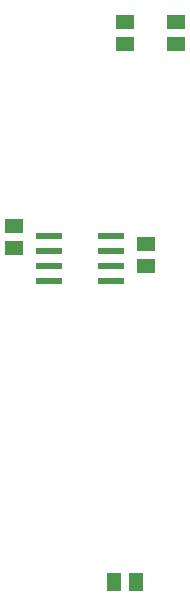
<source format=gbr>
G04 EAGLE Gerber RS-274X export*
G75*
%MOMM*%
%FSLAX34Y34*%
%LPD*%
%INSolderpaste Top*%
%IPPOS*%
%AMOC8*
5,1,8,0,0,1.08239X$1,22.5*%
G01*
%ADD10R,1.600000X1.300000*%
%ADD11R,1.300000X1.600000*%
%ADD12R,2.200000X0.600000*%


D10*
X223520Y357480D03*
X223520Y338480D03*
X335280Y342240D03*
X335280Y323240D03*
X317500Y511200D03*
X317500Y530200D03*
X360680Y511200D03*
X360680Y530200D03*
D11*
X327000Y55880D03*
X308000Y55880D03*
D12*
X253400Y336550D03*
X305400Y336550D03*
X253400Y349250D03*
X253400Y323850D03*
X253400Y311150D03*
X305400Y349250D03*
X305400Y323850D03*
X305400Y311150D03*
M02*

</source>
